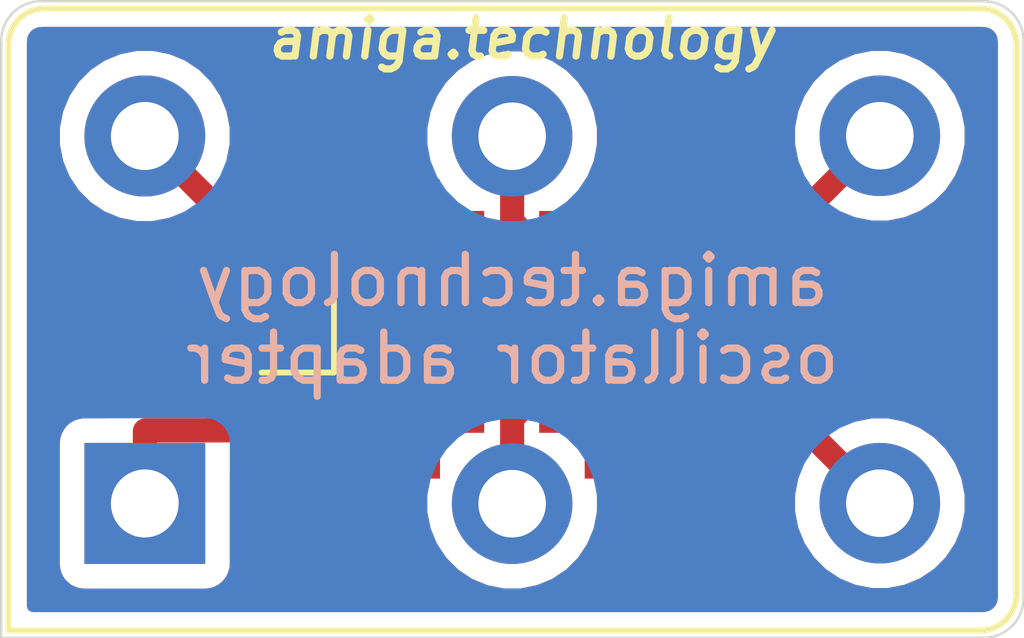
<source format=kicad_pcb>
(kicad_pcb (version 20171130) (host pcbnew 5.1.5+dfsg1-2build2)

  (general
    (thickness 1.6)
    (drawings 9)
    (tracks 15)
    (zones 0)
    (modules 5)
    (nets 5)
  )

  (page A4)
  (layers
    (0 F.Cu signal)
    (31 B.Cu signal)
    (32 B.Adhes user)
    (33 F.Adhes user)
    (34 B.Paste user)
    (35 F.Paste user)
    (36 B.SilkS user)
    (37 F.SilkS user)
    (38 B.Mask user)
    (39 F.Mask user)
    (40 Dwgs.User user)
    (41 Cmts.User user)
    (42 Eco1.User user)
    (43 Eco2.User user)
    (44 Edge.Cuts user)
    (45 Margin user)
    (46 B.CrtYd user)
    (47 F.CrtYd user)
    (48 B.Fab user)
    (49 F.Fab user)
  )

  (setup
    (last_trace_width 0.25)
    (trace_clearance 0.2)
    (zone_clearance 0.508)
    (zone_45_only no)
    (trace_min 0.2)
    (via_size 0.8)
    (via_drill 0.4)
    (via_min_size 0.4)
    (via_min_drill 0.3)
    (uvia_size 0.3)
    (uvia_drill 0.1)
    (uvias_allowed no)
    (uvia_min_size 0.2)
    (uvia_min_drill 0.1)
    (edge_width 0.05)
    (segment_width 0.2)
    (pcb_text_width 0.3)
    (pcb_text_size 1.5 1.5)
    (mod_edge_width 0.12)
    (mod_text_size 1 1)
    (mod_text_width 0.15)
    (pad_size 2.5 2.5)
    (pad_drill 1.4)
    (pad_to_mask_clearance 0.051)
    (solder_mask_min_width 0.25)
    (aux_axis_origin 0 0)
    (visible_elements FFFFFF7F)
    (pcbplotparams
      (layerselection 0x010fc_ffffffff)
      (usegerberextensions false)
      (usegerberattributes false)
      (usegerberadvancedattributes false)
      (creategerberjobfile false)
      (excludeedgelayer true)
      (linewidth 0.100000)
      (plotframeref false)
      (viasonmask false)
      (mode 1)
      (useauxorigin false)
      (hpglpennumber 1)
      (hpglpenspeed 20)
      (hpglpendiameter 15.000000)
      (psnegative false)
      (psa4output false)
      (plotreference true)
      (plotvalue true)
      (plotinvisibletext false)
      (padsonsilk false)
      (subtractmaskfromsilk false)
      (outputformat 1)
      (mirror false)
      (drillshape 1)
      (scaleselection 1)
      (outputdirectory ""))
  )

  (net 0 "")
  (net 1 "Net-(X1-Pad7)")
  (net 2 "Net-(X1-Pad8)")
  (net 3 "Net-(X1-Pad14)")
  (net 4 "Net-(X1-Pad1)")

  (net_class Default "This is the default net class."
    (clearance 0.2)
    (trace_width 0.25)
    (via_dia 0.8)
    (via_drill 0.4)
    (uvia_dia 0.3)
    (uvia_drill 0.1)
    (add_net "Net-(X1-Pad1)")
    (add_net "Net-(X1-Pad14)")
    (add_net "Net-(X1-Pad7)")
    (add_net "Net-(X1-Pad8)")
  )

  (module novosc:Oscillator_SMD_4Pin_7.0x5.0mm_HandSoldering (layer F.Cu) (tedit 5F3C6D8E) (tstamp 5F3CA0E2)
    (at 35.700001 31.925)
    (descr "Miniature Crystal Clock Oscillator EuroQuartz XO91 series, http://cdn-reichelt.de/documents/datenblatt/B400/XO91.pdf, hand-soldering, 7.0x5.0mm^2 package")
    (tags "SMD SMT crystal oscillator hand-soldering")
    (path /5F3C9ECC)
    (attr smd)
    (fp_text reference X2 (at 0 -4.1) (layer F.SilkS) hide
      (effects (font (size 1 1) (thickness 0.15)))
    )
    (fp_text value Oscillator_SMD_4Pin_7.0x5.0mm (at 0 4.1) (layer F.Fab) hide
      (effects (font (size 1 1) (thickness 0.15)))
    )
    (fp_circle (center 0 0) (end 0.233333 0) (layer F.Adhes) (width 0.466667))
    (fp_circle (center 0 0) (end 0.533333 0) (layer F.Adhes) (width 0.333333))
    (fp_circle (center 0 0) (end 0.833333 0) (layer F.Adhes) (width 0.333333))
    (fp_circle (center 0 0) (end 1 0) (layer F.Adhes) (width 0.1))
    (fp_line (start 5.3 -3.4) (end -5.3 -3.4) (layer F.CrtYd) (width 0.05))
    (fp_line (start 5.3 3.4) (end 5.3 -3.4) (layer F.CrtYd) (width 0.05))
    (fp_line (start -5.3 3.4) (end 5.3 3.4) (layer F.CrtYd) (width 0.05))
    (fp_line (start -5.3 -3.4) (end -5.3 3.4) (layer F.CrtYd) (width 0.05))
    (fp_line (start -3.7 0.9) (end -3.7 -0.9) (layer F.SilkS) (width 0.12))
    (fp_line (start -5.2 0.9) (end -3.7 0.9) (layer F.SilkS) (width 0.12))
    (fp_line (start -3.5 1.5) (end -2.5 2.5) (layer F.Fab) (width 0.1))
    (fp_line (start -3.5 -2.4) (end -3.4 -2.5) (layer F.Fab) (width 0.1))
    (fp_line (start -3.5 2.4) (end -3.5 -2.4) (layer F.Fab) (width 0.1))
    (fp_line (start -3.4 2.5) (end -3.5 2.4) (layer F.Fab) (width 0.1))
    (fp_line (start 3.4 2.5) (end -3.4 2.5) (layer F.Fab) (width 0.1))
    (fp_line (start 3.5 2.4) (end 3.4 2.5) (layer F.Fab) (width 0.1))
    (fp_line (start 3.5 -2.4) (end 3.5 2.4) (layer F.Fab) (width 0.1))
    (fp_line (start 3.4 -2.5) (end 3.5 -2.4) (layer F.Fab) (width 0.1))
    (fp_line (start -3.4 -2.5) (end 3.4 -2.5) (layer F.Fab) (width 0.1))
    (fp_text user %R (at 0 0) (layer F.Fab) hide
      (effects (font (size 1 1) (thickness 0.15)))
    )
    (pad 4 smd rect (at -3.25 -2.1) (size 3.5 2) (layers F.Cu F.Paste F.Mask)
      (net 3 "Net-(X1-Pad14)"))
    (pad 3 smd rect (at 3.25 -2.1) (size 3.5 2) (layers F.Cu F.Paste F.Mask)
      (net 2 "Net-(X1-Pad8)"))
    (pad 2 smd rect (at 3.25 2.1) (size 3.5 2) (layers F.Cu F.Paste F.Mask)
      (net 1 "Net-(X1-Pad7)"))
    (pad 1 smd rect (at -3.25 2.1) (size 3.5 2) (layers F.Cu F.Paste F.Mask)
      (net 4 "Net-(X1-Pad1)"))
    (model ${KISYS3DMOD}/Oscillator.3dshapes/Oscillator_SMD_EuroQuartz_XO91-4Pin_7.0x5.0mm_HandSoldering.wrl
      (at (xyz 0 0 0))
      (scale (xyz 1 1 1))
      (rotate (xyz 0 0 0))
    )
  )

  (module novosc:Oscillator_DIP-14 (layer F.Cu) (tedit 5F3C4589) (tstamp 5F3CA0C2)
    (at 28.080001 35.535001)
    (descr "Oscillator, DIP14, Large Pads, http://cdn-reichelt.de/documents/datenblatt/B400/OSZI.pdf")
    (tags oscillator)
    (path /5F3C9722)
    (fp_text reference X1 (at 7.62 -11.26) (layer F.SilkS) hide
      (effects (font (size 1 1) (thickness 0.15)))
    )
    (fp_text value Oscillator-DIP14 (at 7.62 3.74) (layer F.Fab) hide
      (effects (font (size 1 1) (thickness 0.15)))
    )
    (fp_arc (start -2.08 -9.51) (end -2.73 -9.51) (angle 90) (layer F.Fab) (width 0.1))
    (fp_arc (start 17.32 -9.51) (end 17.32 -10.16) (angle 90) (layer F.Fab) (width 0.1))
    (fp_arc (start 17.32 1.89) (end 17.97 1.89) (angle 90) (layer F.Fab) (width 0.1))
    (fp_arc (start -2.08 -9.51) (end -2.83 -9.51) (angle 90) (layer F.SilkS) (width 0.12))
    (fp_arc (start 17.32 -9.51) (end 17.32 -10.26) (angle 90) (layer F.SilkS) (width 0.12))
    (fp_arc (start 17.32 1.89) (end 18.07 1.89) (angle 90) (layer F.SilkS) (width 0.12))
    (fp_arc (start -1.38 -8.81) (end -1.73 -8.81) (angle 90) (layer F.Fab) (width 0.1))
    (fp_arc (start 16.62 -8.81) (end 16.62 -9.16) (angle 90) (layer F.Fab) (width 0.1))
    (fp_arc (start 16.62 1.19) (end 16.97 1.19) (angle 90) (layer F.Fab) (width 0.1))
    (fp_line (start -2.73 2.54) (end -2.73 -9.51) (layer F.Fab) (width 0.1))
    (fp_line (start -2.08 -10.16) (end 17.32 -10.16) (layer F.Fab) (width 0.1))
    (fp_line (start 17.97 -9.51) (end 17.97 1.89) (layer F.Fab) (width 0.1))
    (fp_line (start -2.73 2.54) (end 17.32 2.54) (layer F.Fab) (width 0.1))
    (fp_line (start -2.83 2.64) (end 17.32 2.64) (layer F.SilkS) (width 0.12))
    (fp_line (start 18.07 1.89) (end 18.07 -9.51) (layer F.SilkS) (width 0.12))
    (fp_line (start 17.32 -10.26) (end -2.08 -10.26) (layer F.SilkS) (width 0.12))
    (fp_line (start -2.83 -9.51) (end -2.83 2.64) (layer F.SilkS) (width 0.12))
    (fp_line (start -1.73 1.54) (end 16.62 1.54) (layer F.Fab) (width 0.1))
    (fp_line (start -1.73 1.54) (end -1.73 -8.81) (layer F.Fab) (width 0.1))
    (fp_line (start -1.38 -9.16) (end 16.62 -9.16) (layer F.Fab) (width 0.1))
    (fp_line (start 16.97 1.19) (end 16.97 -8.81) (layer F.Fab) (width 0.1))
    (fp_line (start -2.98 2.79) (end 18.22 2.79) (layer F.CrtYd) (width 0.05))
    (fp_line (start -2.98 -10.41) (end -2.98 2.79) (layer F.CrtYd) (width 0.05))
    (fp_line (start 18.22 -10.41) (end -2.98 -10.41) (layer F.CrtYd) (width 0.05))
    (fp_line (start 18.22 2.79) (end 18.22 -10.41) (layer F.CrtYd) (width 0.05))
    (fp_text user %R (at 7.62 -3.81) (layer F.Fab) hide
      (effects (font (size 1 1) (thickness 0.15)))
    )
    (pad 7 thru_hole circle (at 15.24 0) (size 2.5 2.5) (drill 1.4) (layers *.Cu *.Mask)
      (net 1 "Net-(X1-Pad7)"))
    (pad 8 thru_hole circle (at 15.24 -7.62) (size 2.5 2.5) (drill 1.4) (layers *.Cu *.Mask)
      (net 2 "Net-(X1-Pad8)"))
    (pad 14 thru_hole circle (at 0 -7.62) (size 2.5 2.5) (drill 1.4) (layers *.Cu *.Mask)
      (net 3 "Net-(X1-Pad14)"))
    (pad 1 thru_hole rect (at 0 0) (size 2.5 2.5) (drill 1.4) (layers *.Cu *.Mask)
      (net 4 "Net-(X1-Pad1)"))
    (model ${KISYS3DMOD}/Oscillator.3dshapes/Oscillator_DIP-14.wrl
      (at (xyz 0 0 0))
      (scale (xyz 1 1 1))
      (rotate (xyz 0 0 0))
    )
  )

  (module Oscillator:Oscillator_DIP-8_LargePads (layer F.Cu) (tedit 5F3C6A6D) (tstamp 5F3CBF26)
    (at 28.075 35.545)
    (descr "Oscillator, DIP8, Large Pads, http://cdn-reichelt.de/documents/datenblatt/B400/OSZI.pdf")
    (tags oscillator)
    (fp_text reference REF** (at 3.81 -11.26) (layer F.SilkS) hide
      (effects (font (size 1 1) (thickness 0.15)))
    )
    (fp_text value Oscillator_DIP-8_LargePads (at 3.81 3.74) (layer F.Fab) hide
      (effects (font (size 1 1) (thickness 0.15)))
    )
    (pad 1 thru_hole rect (at 0 0) (size 2.5 2.5) (drill 1.4) (layers *.Cu *.Mask))
    (pad 8 thru_hole circle (at 0 -7.62) (size 2.5 2.5) (drill 1.4) (layers *.Cu *.Mask))
    (pad 5 thru_hole circle (at 7.62 -7.62) (size 2.5 2.5) (drill 1.4) (layers *.Cu *.Mask))
    (pad 4 thru_hole circle (at 7.62 0) (size 2.5 2.5) (drill 1.4) (layers *.Cu *.Mask))
    (model ${KISYS3DMOD}/Oscillator.3dshapes/Oscillator_DIP-8.wrl
      (at (xyz 0 0 0))
      (scale (xyz 1 1 1))
      (rotate (xyz 0 0 0))
    )
  )

  (module novosc:Oscillator_SMD_4Pin_5.0x3.2mm_HandSoldering (layer F.Cu) (tedit 5F3C52BD) (tstamp 5F3CA661)
    (at 35.685 31.775)
    (descr "Miniature Crystal Clock Oscillator EuroQuartz XO53 series, http://cdn-reichelt.de/documents/datenblatt/B400/XO53.pdf, hand-soldering, 5.0x3.2mm^2 package")
    (tags "SMD SMT crystal oscillator hand-soldering")
    (attr smd)
    (fp_text reference REF** (at 0 -3.3) (layer F.SilkS) hide
      (effects (font (size 1 1) (thickness 0.15)))
    )
    (fp_text value 5.0x3.2mm (at 0 3.3) (layer F.Fab) hide
      (effects (font (size 1 1) (thickness 0.15)))
    )
    (fp_line (start 2.8 -2.6) (end -2.8 -2.6) (layer F.CrtYd) (width 0.05))
    (fp_line (start 2.8 2.6) (end 2.8 -2.6) (layer F.CrtYd) (width 0.05))
    (fp_line (start -2.8 2.6) (end 2.8 2.6) (layer F.CrtYd) (width 0.05))
    (fp_line (start -2.8 -2.6) (end -2.8 2.6) (layer F.CrtYd) (width 0.05))
    (pad 4 smd rect (at -1.34 -1.4) (size 1.54 1.8) (layers F.Cu F.Paste F.Mask))
    (pad 3 smd rect (at 1.34 -1.4) (size 1.54 1.8) (layers F.Cu F.Paste F.Mask))
    (pad 2 smd rect (at 1.34 1.4) (size 1.54 1.8) (layers F.Cu F.Paste F.Mask))
    (pad 1 smd rect (at -1.34 1.4) (size 1.54 1.8) (layers F.Cu F.Paste F.Mask))
    (model ${KISYS3DMOD}/Oscillator.3dshapes/Oscillator_SMD_EuroQuartz_XO53-4Pin_5.0x3.2mm_HandSoldering.wrl
      (at (xyz 0 0 0))
      (scale (xyz 1 1 1))
      (rotate (xyz 0 0 0))
    )
  )

  (module novosc:Oscillator_SMD_4Pin_3.2x2.5mm_HandSoldering (layer F.Cu) (tedit 5F3C5295) (tstamp 5F3CAA5F)
    (at 35.7 31.95)
    (descr "Miniature Crystal Clock Oscillator EuroQuartz XO32 series, http://cdn-reichelt.de/documents/datenblatt/B400/XO32.pdf, hand-soldering, 3.2x2.5mm^2 package")
    (tags "SMD SMT crystal oscillator hand-soldering")
    (attr smd)
    (fp_text reference REF** (at 0 -2.45) (layer F.SilkS) hide
      (effects (font (size 1 1) (thickness 0.15)))
    )
    (fp_text value Oscillator_SMD_4Pin_3.2x2.5mm_HandSoldering (at 0 2.45) (layer F.Fab) hide
      (effects (font (size 1 1) (thickness 0.15)))
    )
    (fp_line (start 2.6 -1.5) (end -2.6 -1.5) (layer F.CrtYd) (width 0.05))
    (fp_line (start 2.6 1.5) (end 2.6 -1.5) (layer F.CrtYd) (width 0.05))
    (fp_line (start -2.6 1.5) (end 2.6 1.5) (layer F.CrtYd) (width 0.05))
    (fp_line (start -2.6 -1.5) (end -2.6 1.5) (layer F.CrtYd) (width 0.05))
    (pad 4 smd rect (at -1.45 -0.775) (size 1.75 0.9) (layers F.Cu F.Paste F.Mask))
    (pad 3 smd rect (at 1.45 -0.775) (size 1.75 0.9) (layers F.Cu F.Paste F.Mask))
    (pad 2 smd rect (at 1.45 0.775) (size 1.75 0.9) (layers F.Cu F.Paste F.Mask))
    (pad 1 smd rect (at -1.45 0.775) (size 1.75 0.9) (layers F.Cu F.Paste F.Mask))
    (model ${KISYS3DMOD}/Oscillator.3dshapes/Oscillator_SMD_EuroQuartz_XO32-4Pin_3.2x2.5mm_HandSoldering.wrl
      (at (xyz 0 0 0))
      (scale (xyz 1 1 1))
      (rotate (xyz 0 0 0))
    )
  )

  (gr_line (start 25.1 38.325) (end 25.1 25.95) (layer Edge.Cuts) (width 0.05) (tstamp 5F3CB950))
  (gr_line (start 45.475 38.325) (end 25.1 38.325) (layer Edge.Cuts) (width 0.05))
  (gr_line (start 25.925 25.125) (end 45.55 25.125) (layer Edge.Cuts) (width 0.05))
  (gr_line (start 46.3 25.95) (end 46.3 37.5) (layer Edge.Cuts) (width 0.05))
  (gr_arc (start 45.475 37.5) (end 46.3 37.5) (angle 90) (layer Edge.Cuts) (width 0.05) (tstamp 5F3CB93A))
  (gr_arc (start 45.475 25.95) (end 45.475 25.125) (angle 90) (layer Edge.Cuts) (width 0.05) (tstamp 5F3CB93A))
  (gr_arc (start 25.925 25.95) (end 25.1 25.95) (angle 90) (layer Edge.Cuts) (width 0.05))
  (gr_text "amiga.technology\noscillator adapter" (at 35.700001 31.725) (layer B.SilkS)
    (effects (font (size 1 1) (thickness 0.15)) (justify mirror))
  )
  (gr_text "amiga.technology\n" (at 35.9 25.9) (layer F.SilkS)
    (effects (font (size 0.8 0.8) (thickness 0.15) italic))
  )

  (segment (start 36.377234 30.375) (end 36.875 30.375) (width 0.25) (layer F.Cu) (net 0))
  (segment (start 35.695 29.692766) (end 36.377234 30.375) (width 0.5) (layer F.Cu) (net 0))
  (segment (start 35.695 27.925) (end 35.695 29.692766) (width 0.5) (layer F.Cu) (net 0))
  (segment (start 36.297234 33.175) (end 36.875 33.175) (width 0.25) (layer F.Cu) (net 0))
  (segment (start 35.695 33.777234) (end 36.297234 33.175) (width 0.5) (layer F.Cu) (net 0))
  (segment (start 35.695 35.545) (end 35.695 33.777234) (width 0.5) (layer F.Cu) (net 0))
  (segment (start 41.81 34.025) (end 43.320001 35.535001) (width 0.5) (layer F.Cu) (net 1))
  (segment (start 38.950001 34.025) (end 41.81 34.025) (width 0.5) (layer F.Cu) (net 1))
  (segment (start 41.410002 29.825) (end 43.320001 27.915001) (width 0.5) (layer F.Cu) (net 2))
  (segment (start 38.950001 29.825) (end 41.410002 29.825) (width 0.5) (layer F.Cu) (net 2))
  (segment (start 29.99 29.825) (end 28.080001 27.915001) (width 0.5) (layer F.Cu) (net 3))
  (segment (start 32.450001 29.825) (end 29.99 29.825) (width 0.5) (layer F.Cu) (net 3))
  (segment (start 28.080001 34.035001) (end 28.080001 35.535001) (width 0.5) (layer F.Cu) (net 4))
  (segment (start 28.090002 34.025) (end 28.080001 34.035001) (width 0.25) (layer F.Cu) (net 4))
  (segment (start 32.450001 34.025) (end 28.090002 34.025) (width 0.5) (layer F.Cu) (net 4))

  (zone (net 0) (net_name "") (layer F.Cu) (tstamp 0) (hatch edge 0.508)
    (connect_pads (clearance 0.508))
    (min_thickness 0.254)
    (fill yes (arc_segments 32) (thermal_gap 0.508) (thermal_bridge_width 0.508))
    (polygon
      (pts
        (xy 46.3 25.2) (xy 46.3 38.275) (xy 25.075 38.3) (xy 25.075 25.15)
      )
    )
    (filled_polygon
      (pts
        (xy 45.506435 25.791247) (xy 45.53667 25.800376) (xy 45.564558 25.815204) (xy 45.589033 25.835165) (xy 45.609169 25.859506)
        (xy 45.62419 25.887286) (xy 45.633529 25.917456) (xy 45.64 25.979023) (xy 45.640001 37.467712) (xy 45.633753 37.531435)
        (xy 45.624625 37.561668) (xy 45.609795 37.589559) (xy 45.589835 37.614032) (xy 45.565494 37.634169) (xy 45.537714 37.64919)
        (xy 45.507544 37.658529) (xy 45.445977 37.665) (xy 25.76 37.665) (xy 25.76 34.295) (xy 26.186928 34.295)
        (xy 26.186928 36.795) (xy 26.199188 36.919482) (xy 26.235498 37.03918) (xy 26.294463 37.149494) (xy 26.373815 37.246185)
        (xy 26.470506 37.325537) (xy 26.58082 37.384502) (xy 26.700518 37.420812) (xy 26.825 37.433072) (xy 29.325 37.433072)
        (xy 29.449482 37.420812) (xy 29.56918 37.384502) (xy 29.679494 37.325537) (xy 29.776185 37.246185) (xy 29.855537 37.149494)
        (xy 29.914502 37.03918) (xy 29.914953 37.037693) (xy 29.919503 37.029181) (xy 29.955813 36.909483) (xy 29.968073 36.785001)
        (xy 29.968073 34.91) (xy 30.061929 34.91) (xy 30.061929 35.025) (xy 30.074189 35.149482) (xy 30.110499 35.26918)
        (xy 30.169464 35.379494) (xy 30.248816 35.476185) (xy 30.345507 35.555537) (xy 30.455821 35.614502) (xy 30.575519 35.650812)
        (xy 30.700001 35.663072) (xy 33.81 35.663072) (xy 33.81 35.730656) (xy 33.882439 36.094834) (xy 34.024534 36.437882)
        (xy 34.230825 36.746618) (xy 34.493382 37.009175) (xy 34.802118 37.215466) (xy 35.145166 37.357561) (xy 35.509344 37.43)
        (xy 35.880656 37.43) (xy 36.244834 37.357561) (xy 36.587882 37.215466) (xy 36.896618 37.009175) (xy 37.159175 36.746618)
        (xy 37.365466 36.437882) (xy 37.507561 36.094834) (xy 37.58 35.730656) (xy 37.58 35.663072) (xy 40.700001 35.663072)
        (xy 40.824483 35.650812) (xy 40.944181 35.614502) (xy 41.054495 35.555537) (xy 41.151186 35.476185) (xy 41.230538 35.379494)
        (xy 41.289503 35.26918) (xy 41.325813 35.149482) (xy 41.338073 35.025) (xy 41.338073 34.91) (xy 41.443422 34.91)
        (xy 41.510705 34.977284) (xy 41.50744 34.985167) (xy 41.435001 35.349345) (xy 41.435001 35.720657) (xy 41.50744 36.084835)
        (xy 41.649535 36.427883) (xy 41.855826 36.736619) (xy 42.118383 36.999176) (xy 42.427119 37.205467) (xy 42.770167 37.347562)
        (xy 43.134345 37.420001) (xy 43.505657 37.420001) (xy 43.869835 37.347562) (xy 44.212883 37.205467) (xy 44.521619 36.999176)
        (xy 44.784176 36.736619) (xy 44.990467 36.427883) (xy 45.132562 36.084835) (xy 45.205001 35.720657) (xy 45.205001 35.349345)
        (xy 45.132562 34.985167) (xy 44.990467 34.642119) (xy 44.784176 34.333383) (xy 44.521619 34.070826) (xy 44.212883 33.864535)
        (xy 43.869835 33.72244) (xy 43.505657 33.650001) (xy 43.134345 33.650001) (xy 42.770167 33.72244) (xy 42.762284 33.725705)
        (xy 42.466534 33.429956) (xy 42.438817 33.396183) (xy 42.304059 33.285589) (xy 42.150313 33.203411) (xy 41.98349 33.152805)
        (xy 41.853477 33.14) (xy 41.853469 33.14) (xy 41.81 33.135719) (xy 41.766531 33.14) (xy 41.338073 33.14)
        (xy 41.338073 33.025) (xy 41.325813 32.900518) (xy 41.289503 32.78082) (xy 41.230538 32.670506) (xy 41.151186 32.573815)
        (xy 41.054495 32.494463) (xy 40.944181 32.435498) (xy 40.824483 32.399188) (xy 40.700001 32.386928) (xy 38.663072 32.386928)
        (xy 38.663072 32.275) (xy 38.650812 32.150518) (xy 38.614502 32.03082) (xy 38.571302 31.95) (xy 38.614502 31.86918)
        (xy 38.650812 31.749482) (xy 38.663072 31.625) (xy 38.663072 31.463072) (xy 40.700001 31.463072) (xy 40.824483 31.450812)
        (xy 40.944181 31.414502) (xy 41.054495 31.355537) (xy 41.151186 31.276185) (xy 41.230538 31.179494) (xy 41.289503 31.06918)
        (xy 41.325813 30.949482) (xy 41.338073 30.825) (xy 41.338073 30.71) (xy 41.366533 30.71) (xy 41.410002 30.714281)
        (xy 41.453471 30.71) (xy 41.453479 30.71) (xy 41.583492 30.697195) (xy 41.750315 30.646589) (xy 41.904061 30.564411)
        (xy 42.038819 30.453817) (xy 42.066536 30.420044) (xy 42.762284 29.724297) (xy 42.770167 29.727562) (xy 43.134345 29.800001)
        (xy 43.505657 29.800001) (xy 43.869835 29.727562) (xy 44.212883 29.585467) (xy 44.521619 29.379176) (xy 44.784176 29.116619)
        (xy 44.990467 28.807883) (xy 45.132562 28.464835) (xy 45.205001 28.100657) (xy 45.205001 27.729345) (xy 45.132562 27.365167)
        (xy 44.990467 27.022119) (xy 44.784176 26.713383) (xy 44.521619 26.450826) (xy 44.212883 26.244535) (xy 43.869835 26.10244)
        (xy 43.505657 26.030001) (xy 43.134345 26.030001) (xy 42.770167 26.10244) (xy 42.427119 26.244535) (xy 42.118383 26.450826)
        (xy 41.855826 26.713383) (xy 41.649535 27.022119) (xy 41.50744 27.365167) (xy 41.435001 27.729345) (xy 41.435001 28.100657)
        (xy 41.50744 28.464835) (xy 41.510705 28.472718) (xy 41.315827 28.667597) (xy 41.289503 28.58082) (xy 41.230538 28.470506)
        (xy 41.151186 28.373815) (xy 41.054495 28.294463) (xy 40.944181 28.235498) (xy 40.824483 28.199188) (xy 40.700001 28.186928)
        (xy 37.564829 28.186928) (xy 37.58 28.110656) (xy 37.58 27.739344) (xy 37.507561 27.375166) (xy 37.365466 27.032118)
        (xy 37.159175 26.723382) (xy 36.896618 26.460825) (xy 36.587882 26.254534) (xy 36.244834 26.112439) (xy 35.880656 26.04)
        (xy 35.509344 26.04) (xy 35.145166 26.112439) (xy 34.802118 26.254534) (xy 34.493382 26.460825) (xy 34.230825 26.723382)
        (xy 34.024534 27.032118) (xy 33.882439 27.375166) (xy 33.81 27.739344) (xy 33.81 28.110656) (xy 33.825171 28.186928)
        (xy 30.700001 28.186928) (xy 30.575519 28.199188) (xy 30.455821 28.235498) (xy 30.345507 28.294463) (xy 30.248816 28.373815)
        (xy 30.169464 28.470506) (xy 30.110499 28.58082) (xy 30.084176 28.667597) (xy 29.889297 28.472718) (xy 29.892562 28.464835)
        (xy 29.965001 28.100657) (xy 29.965001 27.729345) (xy 29.892562 27.365167) (xy 29.750467 27.022119) (xy 29.544176 26.713383)
        (xy 29.281619 26.450826) (xy 28.972883 26.244535) (xy 28.629835 26.10244) (xy 28.265657 26.030001) (xy 27.894345 26.030001)
        (xy 27.530167 26.10244) (xy 27.187119 26.244535) (xy 26.878383 26.450826) (xy 26.615826 26.713383) (xy 26.409535 27.022119)
        (xy 26.406795 27.028735) (xy 26.404534 27.032118) (xy 26.262439 27.375166) (xy 26.19 27.739344) (xy 26.19 28.110656)
        (xy 26.262439 28.474834) (xy 26.404534 28.817882) (xy 26.610825 29.126618) (xy 26.873382 29.389175) (xy 27.182118 29.595466)
        (xy 27.525166 29.737561) (xy 27.889344 29.81) (xy 28.260656 29.81) (xy 28.624834 29.737561) (xy 28.643324 29.729902)
        (xy 29.33347 30.420049) (xy 29.361183 30.453817) (xy 29.394951 30.48153) (xy 29.394953 30.481532) (xy 29.434948 30.514355)
        (xy 29.495941 30.564411) (xy 29.649687 30.646589) (xy 29.81651 30.697195) (xy 29.946523 30.71) (xy 29.946533 30.71)
        (xy 29.989999 30.714281) (xy 30.033465 30.71) (xy 30.061929 30.71) (xy 30.061929 30.825) (xy 30.074189 30.949482)
        (xy 30.110499 31.06918) (xy 30.169464 31.179494) (xy 30.248816 31.276185) (xy 30.345507 31.355537) (xy 30.455821 31.414502)
        (xy 30.575519 31.450812) (xy 30.700001 31.463072) (xy 32.736928 31.463072) (xy 32.736928 31.625) (xy 32.749188 31.749482)
        (xy 32.785498 31.86918) (xy 32.828698 31.95) (xy 32.785498 32.03082) (xy 32.749188 32.150518) (xy 32.736928 32.275)
        (xy 32.736928 32.386928) (xy 30.700001 32.386928) (xy 30.575519 32.399188) (xy 30.455821 32.435498) (xy 30.345507 32.494463)
        (xy 30.248816 32.573815) (xy 30.169464 32.670506) (xy 30.110499 32.78082) (xy 30.074189 32.900518) (xy 30.061929 33.025)
        (xy 30.061929 33.14) (xy 28.046525 33.14) (xy 27.916512 33.152805) (xy 27.749689 33.203411) (xy 27.595943 33.285589)
        (xy 27.461185 33.396183) (xy 27.456677 33.401676) (xy 27.451184 33.406184) (xy 27.34059 33.540943) (xy 27.28394 33.646929)
        (xy 26.830001 33.646929) (xy 26.705519 33.659189) (xy 26.585821 33.695499) (xy 26.475507 33.754464) (xy 26.378816 33.833816)
        (xy 26.299464 33.930507) (xy 26.240499 34.040821) (xy 26.240048 34.042308) (xy 26.235498 34.05082) (xy 26.199188 34.170518)
        (xy 26.186928 34.295) (xy 25.76 34.295) (xy 25.76 25.982279) (xy 25.766247 25.918565) (xy 25.775376 25.88833)
        (xy 25.790204 25.860442) (xy 25.810165 25.835967) (xy 25.834506 25.815831) (xy 25.862286 25.80081) (xy 25.892456 25.791471)
        (xy 25.954023 25.785) (xy 45.442721 25.785)
      )
    )
    (filled_polygon
      (pts
        (xy 35.718698 31.931292) (xy 35.69 31.984981) (xy 35.671302 31.95) (xy 35.7 31.896311)
      )
    )
  )
  (zone (net 0) (net_name "") (layer B.Cu) (tstamp 0) (hatch edge 0.508)
    (connect_pads (clearance 0.508))
    (min_thickness 0.254)
    (fill yes (arc_segments 32) (thermal_gap 0.508) (thermal_bridge_width 0.508))
    (polygon
      (pts
        (xy 46.275 38.3) (xy 25.1 38.275) (xy 25.075 25.125) (xy 46.3 25.125)
      )
    )
    (filled_polygon
      (pts
        (xy 45.506435 25.791247) (xy 45.53667 25.800376) (xy 45.564558 25.815204) (xy 45.589033 25.835165) (xy 45.609169 25.859506)
        (xy 45.62419 25.887286) (xy 45.633529 25.917456) (xy 45.64 25.979023) (xy 45.640001 37.467712) (xy 45.633753 37.531435)
        (xy 45.624625 37.561668) (xy 45.609795 37.589559) (xy 45.589835 37.614032) (xy 45.565494 37.634169) (xy 45.537714 37.64919)
        (xy 45.507544 37.658529) (xy 45.445977 37.665) (xy 25.76 37.665) (xy 25.76 34.295) (xy 26.186928 34.295)
        (xy 26.186928 36.795) (xy 26.199188 36.919482) (xy 26.235498 37.03918) (xy 26.294463 37.149494) (xy 26.373815 37.246185)
        (xy 26.470506 37.325537) (xy 26.58082 37.384502) (xy 26.700518 37.420812) (xy 26.825 37.433072) (xy 29.325 37.433072)
        (xy 29.449482 37.420812) (xy 29.56918 37.384502) (xy 29.679494 37.325537) (xy 29.776185 37.246185) (xy 29.855537 37.149494)
        (xy 29.914502 37.03918) (xy 29.914953 37.037693) (xy 29.919503 37.029181) (xy 29.955813 36.909483) (xy 29.968073 36.785001)
        (xy 29.968073 35.359344) (xy 33.81 35.359344) (xy 33.81 35.730656) (xy 33.882439 36.094834) (xy 34.024534 36.437882)
        (xy 34.230825 36.746618) (xy 34.493382 37.009175) (xy 34.802118 37.215466) (xy 35.145166 37.357561) (xy 35.509344 37.43)
        (xy 35.880656 37.43) (xy 36.244834 37.357561) (xy 36.587882 37.215466) (xy 36.896618 37.009175) (xy 37.159175 36.746618)
        (xy 37.365466 36.437882) (xy 37.507561 36.094834) (xy 37.58 35.730656) (xy 37.58 35.359344) (xy 37.578012 35.349345)
        (xy 41.435001 35.349345) (xy 41.435001 35.720657) (xy 41.50744 36.084835) (xy 41.649535 36.427883) (xy 41.855826 36.736619)
        (xy 42.118383 36.999176) (xy 42.427119 37.205467) (xy 42.770167 37.347562) (xy 43.134345 37.420001) (xy 43.505657 37.420001)
        (xy 43.869835 37.347562) (xy 44.212883 37.205467) (xy 44.521619 36.999176) (xy 44.784176 36.736619) (xy 44.990467 36.427883)
        (xy 45.132562 36.084835) (xy 45.205001 35.720657) (xy 45.205001 35.349345) (xy 45.132562 34.985167) (xy 44.990467 34.642119)
        (xy 44.784176 34.333383) (xy 44.521619 34.070826) (xy 44.212883 33.864535) (xy 43.869835 33.72244) (xy 43.505657 33.650001)
        (xy 43.134345 33.650001) (xy 42.770167 33.72244) (xy 42.427119 33.864535) (xy 42.118383 34.070826) (xy 41.855826 34.333383)
        (xy 41.649535 34.642119) (xy 41.50744 34.985167) (xy 41.435001 35.349345) (xy 37.578012 35.349345) (xy 37.507561 34.995166)
        (xy 37.365466 34.652118) (xy 37.159175 34.343382) (xy 36.896618 34.080825) (xy 36.587882 33.874534) (xy 36.244834 33.732439)
        (xy 35.880656 33.66) (xy 35.509344 33.66) (xy 35.145166 33.732439) (xy 34.802118 33.874534) (xy 34.493382 34.080825)
        (xy 34.230825 34.343382) (xy 34.024534 34.652118) (xy 33.882439 34.995166) (xy 33.81 35.359344) (xy 29.968073 35.359344)
        (xy 29.968073 34.285001) (xy 29.955813 34.160519) (xy 29.919503 34.040821) (xy 29.860538 33.930507) (xy 29.781186 33.833816)
        (xy 29.684495 33.754464) (xy 29.574181 33.695499) (xy 29.454483 33.659189) (xy 29.330001 33.646929) (xy 26.830001 33.646929)
        (xy 26.705519 33.659189) (xy 26.585821 33.695499) (xy 26.475507 33.754464) (xy 26.378816 33.833816) (xy 26.299464 33.930507)
        (xy 26.240499 34.040821) (xy 26.240048 34.042308) (xy 26.235498 34.05082) (xy 26.199188 34.170518) (xy 26.186928 34.295)
        (xy 25.76 34.295) (xy 25.76 27.739344) (xy 26.19 27.739344) (xy 26.19 28.110656) (xy 26.262439 28.474834)
        (xy 26.404534 28.817882) (xy 26.610825 29.126618) (xy 26.873382 29.389175) (xy 27.182118 29.595466) (xy 27.525166 29.737561)
        (xy 27.889344 29.81) (xy 28.260656 29.81) (xy 28.624834 29.737561) (xy 28.967882 29.595466) (xy 29.276618 29.389175)
        (xy 29.539175 29.126618) (xy 29.745466 28.817882) (xy 29.748206 28.811266) (xy 29.750467 28.807883) (xy 29.892562 28.464835)
        (xy 29.965001 28.100657) (xy 29.965001 27.739344) (xy 33.81 27.739344) (xy 33.81 28.110656) (xy 33.882439 28.474834)
        (xy 34.024534 28.817882) (xy 34.230825 29.126618) (xy 34.493382 29.389175) (xy 34.802118 29.595466) (xy 35.145166 29.737561)
        (xy 35.509344 29.81) (xy 35.880656 29.81) (xy 36.244834 29.737561) (xy 36.587882 29.595466) (xy 36.896618 29.389175)
        (xy 37.159175 29.126618) (xy 37.365466 28.817882) (xy 37.507561 28.474834) (xy 37.58 28.110656) (xy 37.58 27.739344)
        (xy 37.578012 27.729345) (xy 41.435001 27.729345) (xy 41.435001 28.100657) (xy 41.50744 28.464835) (xy 41.649535 28.807883)
        (xy 41.855826 29.116619) (xy 42.118383 29.379176) (xy 42.427119 29.585467) (xy 42.770167 29.727562) (xy 43.134345 29.800001)
        (xy 43.505657 29.800001) (xy 43.869835 29.727562) (xy 44.212883 29.585467) (xy 44.521619 29.379176) (xy 44.784176 29.116619)
        (xy 44.990467 28.807883) (xy 45.132562 28.464835) (xy 45.205001 28.100657) (xy 45.205001 27.729345) (xy 45.132562 27.365167)
        (xy 44.990467 27.022119) (xy 44.784176 26.713383) (xy 44.521619 26.450826) (xy 44.212883 26.244535) (xy 43.869835 26.10244)
        (xy 43.505657 26.030001) (xy 43.134345 26.030001) (xy 42.770167 26.10244) (xy 42.427119 26.244535) (xy 42.118383 26.450826)
        (xy 41.855826 26.713383) (xy 41.649535 27.022119) (xy 41.50744 27.365167) (xy 41.435001 27.729345) (xy 37.578012 27.729345)
        (xy 37.507561 27.375166) (xy 37.365466 27.032118) (xy 37.159175 26.723382) (xy 36.896618 26.460825) (xy 36.587882 26.254534)
        (xy 36.244834 26.112439) (xy 35.880656 26.04) (xy 35.509344 26.04) (xy 35.145166 26.112439) (xy 34.802118 26.254534)
        (xy 34.493382 26.460825) (xy 34.230825 26.723382) (xy 34.024534 27.032118) (xy 33.882439 27.375166) (xy 33.81 27.739344)
        (xy 29.965001 27.739344) (xy 29.965001 27.729345) (xy 29.892562 27.365167) (xy 29.750467 27.022119) (xy 29.544176 26.713383)
        (xy 29.281619 26.450826) (xy 28.972883 26.244535) (xy 28.629835 26.10244) (xy 28.265657 26.030001) (xy 27.894345 26.030001)
        (xy 27.530167 26.10244) (xy 27.187119 26.244535) (xy 26.878383 26.450826) (xy 26.615826 26.713383) (xy 26.409535 27.022119)
        (xy 26.406795 27.028735) (xy 26.404534 27.032118) (xy 26.262439 27.375166) (xy 26.19 27.739344) (xy 25.76 27.739344)
        (xy 25.76 25.982279) (xy 25.766247 25.918565) (xy 25.775376 25.88833) (xy 25.790204 25.860442) (xy 25.810165 25.835967)
        (xy 25.834506 25.815831) (xy 25.862286 25.80081) (xy 25.892456 25.791471) (xy 25.954023 25.785) (xy 45.442721 25.785)
      )
    )
  )
)

</source>
